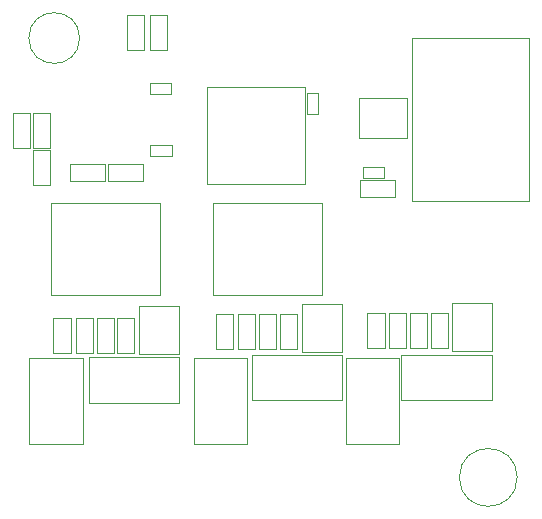
<source format=gbr>
%TF.GenerationSoftware,KiCad,Pcbnew,9.0.0*%
%TF.CreationDate,2025-04-09T22:07:23+02:00*%
%TF.ProjectId,ESC,4553432e-6b69-4636-9164-5f7063625858,rev?*%
%TF.SameCoordinates,Original*%
%TF.FileFunction,Other,User*%
%FSLAX45Y45*%
G04 Gerber Fmt 4.5, Leading zero omitted, Abs format (unit mm)*
G04 Created by KiCad (PCBNEW 9.0.0) date 2025-04-09 22:07:23*
%MOMM*%
%LPD*%
G01*
G04 APERTURE LIST*
%ADD10C,0.050000*%
%ADD11C,0.100000*%
G04 APERTURE END LIST*
D10*
%TO.C,C16*%
X2247500Y-3780000D02*
X3172500Y-3780000D01*
X2247500Y-4560000D02*
X2247500Y-3780000D01*
X3172500Y-3780000D02*
X3172500Y-4560000D01*
X3172500Y-4560000D02*
X2247500Y-4560000D01*
%TO.C,D5*%
X2892000Y-2192000D02*
X3038000Y-2192000D01*
X2892000Y-2488000D02*
X2892000Y-2192000D01*
X3038000Y-2192000D02*
X3038000Y-2488000D01*
X3038000Y-2488000D02*
X2892000Y-2488000D01*
%TO.C,D6*%
X3087000Y-2187000D02*
X3233000Y-2187000D01*
X3087000Y-2483000D02*
X3087000Y-2187000D01*
X3233000Y-2187000D02*
X3233000Y-2483000D01*
X3233000Y-2483000D02*
X3087000Y-2483000D01*
%TO.C,C9*%
X4007000Y-4722000D02*
X4153000Y-4722000D01*
X4007000Y-5018000D02*
X4007000Y-4722000D01*
X4153000Y-4722000D02*
X4153000Y-5018000D01*
X4153000Y-5018000D02*
X4007000Y-5018000D01*
%TO.C,R_FBB1*%
X2732000Y-3452000D02*
X3028000Y-3452000D01*
X2732000Y-3598000D02*
X2732000Y-3452000D01*
X3028000Y-3452000D02*
X3028000Y-3598000D01*
X3028000Y-3598000D02*
X2732000Y-3598000D01*
%TO.C,C8*%
X3617500Y-3780000D02*
X4542500Y-3780000D01*
X3617500Y-4560000D02*
X3617500Y-3780000D01*
X4542500Y-3780000D02*
X4542500Y-4560000D01*
X4542500Y-4560000D02*
X3617500Y-4560000D01*
%TO.C,R4*%
X5464000Y-4712000D02*
X5610000Y-4712000D01*
X5464000Y-5008000D02*
X5464000Y-4712000D01*
X5610000Y-4712000D02*
X5610000Y-5008000D01*
X5610000Y-5008000D02*
X5464000Y-5008000D01*
%TO.C,C17*%
X2637000Y-4752000D02*
X2783000Y-4752000D01*
X2637000Y-5048000D02*
X2637000Y-4752000D01*
X2783000Y-4752000D02*
X2783000Y-5048000D01*
X2783000Y-5048000D02*
X2637000Y-5048000D01*
%TO.C,H1*%
X2490000Y-2385000D02*
G75*
G02*
X2060000Y-2385000I-215000J0D01*
G01*
X2060000Y-2385000D02*
G75*
G02*
X2490000Y-2385000I215000J0D01*
G01*
%TO.C,U1*%
X3572000Y-2799000D02*
X3572000Y-3625000D01*
X3572000Y-3625000D02*
X4398000Y-3625000D01*
X4398000Y-2799000D02*
X3572000Y-2799000D01*
X4398000Y-3625000D02*
X4398000Y-2799000D01*
%TO.C,C1*%
X5287000Y-4712000D02*
X5433000Y-4712000D01*
X5287000Y-5008000D02*
X5287000Y-4712000D01*
X5433000Y-4712000D02*
X5433000Y-5008000D01*
X5433000Y-5008000D02*
X5287000Y-5008000D01*
%TO.C,R20*%
X2807000Y-4752000D02*
X2953000Y-4752000D01*
X2807000Y-5048000D02*
X2807000Y-4752000D01*
X2953000Y-4752000D02*
X2953000Y-5048000D01*
X2953000Y-5048000D02*
X2807000Y-5048000D01*
%TO.C,C12*%
X1928000Y-3019500D02*
X2074000Y-3019500D01*
X1928000Y-3315500D02*
X1928000Y-3019500D01*
X2074000Y-3019500D02*
X2074000Y-3315500D01*
X2074000Y-3315500D02*
X1928000Y-3315500D01*
%TO.C,R1*%
X5215000Y-5068000D02*
X5979000Y-5068000D01*
X5215000Y-5452000D02*
X5215000Y-5068000D01*
X5979000Y-5068000D02*
X5979000Y-5452000D01*
X5979000Y-5452000D02*
X5215000Y-5452000D01*
%TO.C,U5*%
X2990000Y-4653500D02*
X2990000Y-5063500D01*
X2990000Y-5063500D02*
X3330000Y-5063500D01*
X3330000Y-4653500D02*
X2990000Y-4653500D01*
X3330000Y-5063500D02*
X3330000Y-4653500D01*
%TO.C,U4*%
X4370000Y-4635000D02*
X4370000Y-5045000D01*
X4370000Y-5045000D02*
X4710000Y-5045000D01*
X4710000Y-4635000D02*
X4370000Y-4635000D01*
X4710000Y-5045000D02*
X4710000Y-4635000D01*
%TO.C,J_3V3*%
X2092000Y-3332000D02*
X2238000Y-3332000D01*
X2092000Y-3628000D02*
X2092000Y-3332000D01*
X2238000Y-3332000D02*
X2238000Y-3628000D01*
X2238000Y-3628000D02*
X2092000Y-3628000D01*
%TO.C,R19*%
X2568000Y-5088000D02*
X3332000Y-5088000D01*
X2568000Y-5472000D02*
X2568000Y-5088000D01*
X3332000Y-5088000D02*
X3332000Y-5472000D01*
X3332000Y-5472000D02*
X2568000Y-5472000D01*
%TO.C,R16*%
X3647000Y-4722000D02*
X3793000Y-4722000D01*
X3647000Y-5018000D02*
X3647000Y-4722000D01*
X3793000Y-4722000D02*
X3793000Y-5018000D01*
X3793000Y-5018000D02*
X3647000Y-5018000D01*
%TO.C,U3*%
X5640000Y-4627500D02*
X5640000Y-5037500D01*
X5640000Y-5037500D02*
X5980000Y-5037500D01*
X5980000Y-4627500D02*
X5640000Y-4627500D01*
X5980000Y-5037500D02*
X5980000Y-4627500D01*
%TO.C,R13*%
X3948000Y-5068000D02*
X4712000Y-5068000D01*
X3948000Y-5452000D02*
X3948000Y-5068000D01*
X4712000Y-5068000D02*
X4712000Y-5452000D01*
X4712000Y-5452000D02*
X3948000Y-5452000D01*
%TO.C,U2*%
X4856000Y-2889000D02*
X4856000Y-3229000D01*
X4856000Y-3229000D02*
X5266000Y-3229000D01*
X5266000Y-2889000D02*
X4856000Y-2889000D01*
X5266000Y-3229000D02*
X5266000Y-2889000D01*
%TO.C,H2*%
X6195000Y-6105000D02*
G75*
G02*
X5705000Y-6105000I-245000J0D01*
G01*
X5705000Y-6105000D02*
G75*
G02*
X6195000Y-6105000I245000J0D01*
G01*
%TO.C,D7*%
X4745000Y-5095000D02*
X5195000Y-5095000D01*
X4745000Y-5825000D02*
X4745000Y-5095000D01*
X5195000Y-5095000D02*
X5195000Y-5825000D01*
X5195000Y-5825000D02*
X4745000Y-5825000D01*
%TO.C,R28*%
X4862000Y-3587000D02*
X5158000Y-3587000D01*
X4862000Y-3733000D02*
X4862000Y-3587000D01*
X5158000Y-3587000D02*
X5158000Y-3733000D01*
X5158000Y-3733000D02*
X4862000Y-3733000D01*
%TO.C,R22*%
X2267000Y-4752000D02*
X2413000Y-4752000D01*
X2267000Y-5048000D02*
X2267000Y-4752000D01*
X2413000Y-4752000D02*
X2413000Y-5048000D01*
X2413000Y-5048000D02*
X2267000Y-5048000D01*
%TO.C,R12*%
X4927000Y-4712000D02*
X5073000Y-4712000D01*
X4927000Y-5008000D02*
X4927000Y-4712000D01*
X5073000Y-4712000D02*
X5073000Y-5008000D01*
X5073000Y-5008000D02*
X4927000Y-5008000D01*
%TO.C,D8*%
X3455000Y-5095000D02*
X3905000Y-5095000D01*
X3455000Y-5825000D02*
X3455000Y-5095000D01*
X3905000Y-5095000D02*
X3905000Y-5825000D01*
X3905000Y-5825000D02*
X3455000Y-5825000D01*
%TO.C,R21*%
X2457000Y-4752000D02*
X2603000Y-4752000D01*
X2457000Y-5048000D02*
X2457000Y-4752000D01*
X2603000Y-4752000D02*
X2603000Y-5048000D01*
X2603000Y-5048000D02*
X2457000Y-5048000D01*
%TO.C,R15*%
X3827000Y-4722000D02*
X3973000Y-4722000D01*
X3827000Y-5018000D02*
X3827000Y-4722000D01*
X3973000Y-4722000D02*
X3973000Y-5018000D01*
X3973000Y-5018000D02*
X3827000Y-5018000D01*
%TO.C,R_FBT1*%
X2408000Y-3452000D02*
X2704000Y-3452000D01*
X2408000Y-3598000D02*
X2408000Y-3452000D01*
X2704000Y-3452000D02*
X2704000Y-3598000D01*
X2704000Y-3598000D02*
X2408000Y-3598000D01*
%TO.C,C29*%
X4889000Y-3474000D02*
X5071000Y-3474000D01*
X4889000Y-3566000D02*
X4889000Y-3474000D01*
X5071000Y-3474000D02*
X5071000Y-3566000D01*
X5071000Y-3566000D02*
X4889000Y-3566000D01*
D11*
%TO.C,J1*%
X5302500Y-2388000D02*
X6295500Y-2388000D01*
X5302500Y-3762000D02*
X5302500Y-2388000D01*
X6295500Y-2388000D02*
X6295500Y-3762000D01*
X6295500Y-3762000D02*
X5302500Y-3762000D01*
D10*
%TO.C,C11*%
X2093000Y-3019500D02*
X2239000Y-3019500D01*
X2093000Y-3315500D02*
X2093000Y-3019500D01*
X2239000Y-3019500D02*
X2239000Y-3315500D01*
X2239000Y-3315500D02*
X2093000Y-3315500D01*
%TO.C,R14*%
X4187000Y-4722000D02*
X4333000Y-4722000D01*
X4187000Y-5018000D02*
X4187000Y-4722000D01*
X4333000Y-4722000D02*
X4333000Y-5018000D01*
X4333000Y-5018000D02*
X4187000Y-5018000D01*
%TO.C,C23*%
X4419000Y-2849000D02*
X4511000Y-2849000D01*
X4419000Y-3031000D02*
X4419000Y-2849000D01*
X4511000Y-2849000D02*
X4511000Y-3031000D01*
X4511000Y-3031000D02*
X4419000Y-3031000D01*
%TO.C,R11*%
X5107000Y-4712000D02*
X5253000Y-4712000D01*
X5107000Y-5008000D02*
X5107000Y-4712000D01*
X5253000Y-4712000D02*
X5253000Y-5008000D01*
X5253000Y-5008000D02*
X5107000Y-5008000D01*
%TO.C,C27*%
X3084000Y-2764000D02*
X3266000Y-2764000D01*
X3084000Y-2856000D02*
X3084000Y-2764000D01*
X3266000Y-2764000D02*
X3266000Y-2856000D01*
X3266000Y-2856000D02*
X3084000Y-2856000D01*
%TO.C,D9*%
X2065000Y-5095000D02*
X2515000Y-5095000D01*
X2065000Y-5825000D02*
X2065000Y-5095000D01*
X2515000Y-5095000D02*
X2515000Y-5825000D01*
X2515000Y-5825000D02*
X2065000Y-5825000D01*
%TO.C,C26*%
X3088500Y-3289000D02*
X3270500Y-3289000D01*
X3088500Y-3381000D02*
X3088500Y-3289000D01*
X3270500Y-3289000D02*
X3270500Y-3381000D01*
X3270500Y-3381000D02*
X3088500Y-3381000D01*
%TD*%
M02*

</source>
